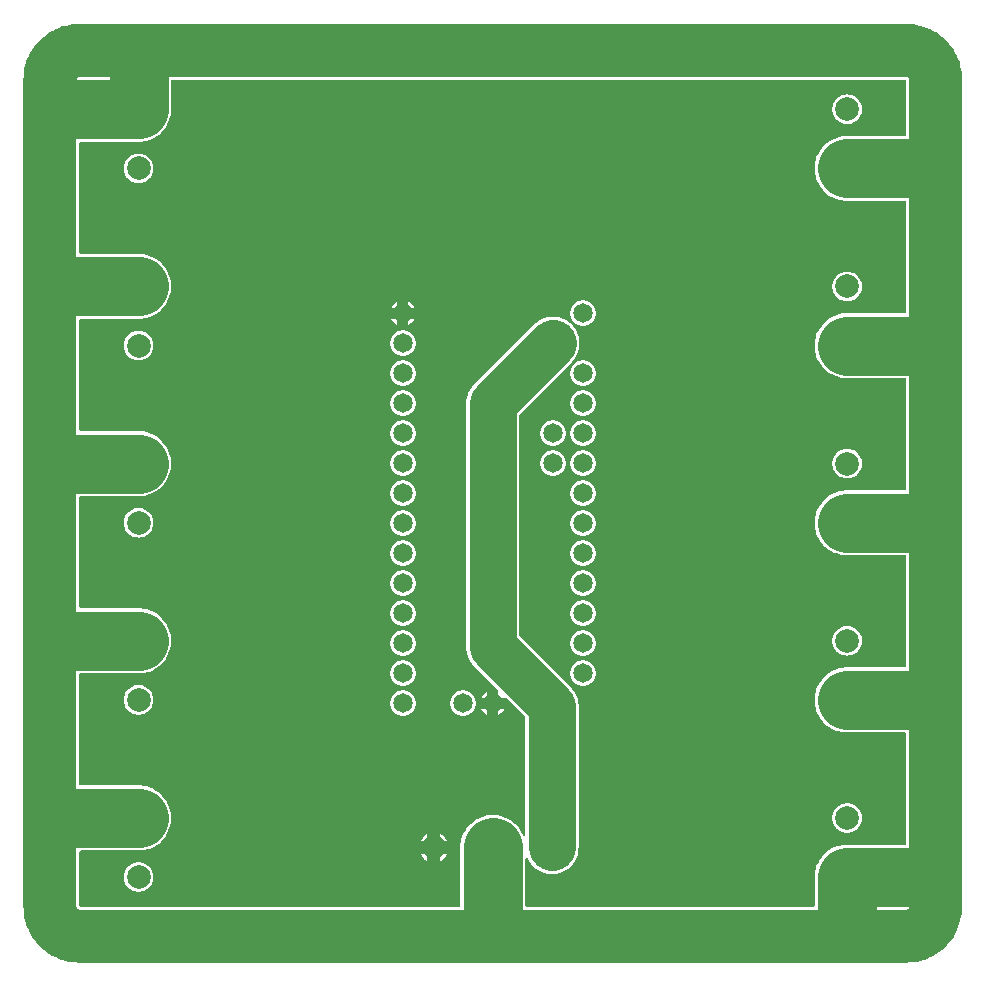
<source format=gbl>
G04 Layer: BottomLayer*
G04 EasyEDA v6.4.25, 2022-01-30T06:19:27+11:00*
G04 a67cddfb3fce44daa9051d46cbbcc19f,10*
G04 Gerber Generator version 0.2*
G04 Scale: 100 percent, Rotated: No, Reflected: No *
G04 Dimensions in millimeters *
G04 leading zeros omitted , absolute positions ,4 integer and 5 decimal *
%FSLAX45Y45*%
%MOMM*%

%ADD11C,5.0000*%
%ADD13C,2.0000*%
%ADD14C,4.0000*%
%ADD15C,0.6096*%
%ADD22C,1.6500*%

%LPD*%
G36*
X500227Y25908D02*
G01*
X469900Y26873D01*
X440283Y29718D01*
X410870Y34391D01*
X381812Y40894D01*
X353212Y49225D01*
X325170Y59334D01*
X297840Y71170D01*
X271322Y84734D01*
X245719Y99923D01*
X221081Y116636D01*
X197561Y134924D01*
X175260Y154635D01*
X154178Y175717D01*
X134518Y198069D01*
X116281Y221589D01*
X99568Y246227D01*
X84429Y271881D01*
X70916Y298450D01*
X59080Y325780D01*
X49022Y353822D01*
X40741Y382422D01*
X34290Y411480D01*
X29616Y440893D01*
X26822Y470560D01*
X25908Y500532D01*
X25908Y7499451D01*
X26873Y7530084D01*
X29718Y7559751D01*
X34391Y7589164D01*
X40894Y7618222D01*
X49225Y7646822D01*
X59334Y7674813D01*
X71170Y7702143D01*
X84734Y7728661D01*
X99923Y7754264D01*
X116636Y7778902D01*
X134924Y7802422D01*
X154635Y7824774D01*
X175717Y7845806D01*
X198069Y7865465D01*
X221589Y7883702D01*
X246227Y7900416D01*
X271881Y7915605D01*
X298450Y7929067D01*
X325780Y7940903D01*
X353822Y7950962D01*
X382422Y7959242D01*
X411480Y7965744D01*
X440893Y7970367D01*
X470560Y7973161D01*
X500532Y7974075D01*
X7499451Y7974075D01*
X7530084Y7973110D01*
X7559751Y7970266D01*
X7589164Y7965592D01*
X7618222Y7959090D01*
X7646822Y7950758D01*
X7674813Y7940649D01*
X7702143Y7928813D01*
X7728661Y7915300D01*
X7754264Y7900111D01*
X7778902Y7883347D01*
X7802422Y7865059D01*
X7824774Y7845348D01*
X7845806Y7824266D01*
X7865465Y7801914D01*
X7883702Y7778394D01*
X7900416Y7753756D01*
X7915605Y7728102D01*
X7929067Y7701584D01*
X7940903Y7674203D01*
X7950962Y7646212D01*
X7959242Y7617612D01*
X7965744Y7588503D01*
X7970367Y7559090D01*
X7973161Y7529423D01*
X7974075Y7499451D01*
X7974075Y500532D01*
X7973110Y469900D01*
X7970266Y440283D01*
X7965592Y410870D01*
X7959090Y381812D01*
X7950758Y353212D01*
X7940649Y325170D01*
X7928813Y297840D01*
X7915300Y271322D01*
X7900111Y245719D01*
X7883347Y221081D01*
X7865059Y197561D01*
X7845348Y175260D01*
X7824266Y154178D01*
X7801914Y134518D01*
X7778394Y116281D01*
X7753756Y99568D01*
X7728102Y84429D01*
X7701584Y70916D01*
X7674203Y59080D01*
X7646212Y49022D01*
X7617612Y40741D01*
X7588503Y34290D01*
X7559090Y29616D01*
X7529423Y26822D01*
X7499451Y25908D01*
G37*

%LPC*%
G36*
X500583Y474472D02*
G01*
X7499451Y474472D01*
X7505649Y475183D01*
X7511034Y477062D01*
X7515859Y480110D01*
X7519873Y484124D01*
X7522921Y488950D01*
X7524800Y494334D01*
X7525512Y500583D01*
X7525512Y7499451D01*
X7524800Y7505649D01*
X7522921Y7511034D01*
X7519873Y7515859D01*
X7515859Y7519873D01*
X7511034Y7522921D01*
X7505649Y7524800D01*
X7499451Y7525512D01*
X500583Y7525512D01*
X494334Y7524800D01*
X488950Y7522921D01*
X484124Y7519873D01*
X480110Y7515859D01*
X477062Y7511034D01*
X475183Y7505649D01*
X474522Y7499451D01*
X474522Y500583D01*
X475183Y494334D01*
X477062Y488950D01*
X480110Y484124D01*
X484124Y480110D01*
X488950Y477062D01*
X494334Y475183D01*
G37*

%LPD*%
G36*
X510184Y499973D02*
G01*
X506272Y500786D01*
X502970Y502970D01*
X500786Y506272D01*
X500024Y510133D01*
X500024Y964793D01*
X500786Y968654D01*
X502970Y971956D01*
X506272Y974191D01*
X510184Y974953D01*
X999794Y974953D01*
X1022756Y975868D01*
X1045362Y978712D01*
X1067612Y983386D01*
X1089456Y989888D01*
X1110640Y998169D01*
X1131112Y1008176D01*
X1150670Y1019810D01*
X1169212Y1033018D01*
X1186586Y1047750D01*
X1202690Y1063853D01*
X1217422Y1081227D01*
X1230630Y1099769D01*
X1242263Y1119327D01*
X1252270Y1139799D01*
X1260551Y1160983D01*
X1267053Y1182827D01*
X1271727Y1205077D01*
X1274572Y1227683D01*
X1275486Y1250442D01*
X1274572Y1273200D01*
X1271727Y1295806D01*
X1267053Y1318056D01*
X1260551Y1339900D01*
X1252270Y1361084D01*
X1242263Y1381556D01*
X1230630Y1401114D01*
X1217422Y1419656D01*
X1202690Y1437030D01*
X1186586Y1453134D01*
X1169212Y1467866D01*
X1150670Y1481074D01*
X1131112Y1492707D01*
X1110640Y1502714D01*
X1089456Y1510995D01*
X1067612Y1517497D01*
X1045362Y1522171D01*
X1022756Y1525016D01*
X999794Y1525930D01*
X510184Y1525930D01*
X506272Y1526692D01*
X502970Y1528927D01*
X500786Y1532229D01*
X500024Y1536090D01*
X500024Y2464765D01*
X500786Y2468676D01*
X502970Y2471978D01*
X506272Y2474163D01*
X510184Y2474925D01*
X999794Y2474925D01*
X1022756Y2475890D01*
X1045362Y2478684D01*
X1067612Y2483358D01*
X1089456Y2489860D01*
X1110640Y2498140D01*
X1131112Y2508148D01*
X1150670Y2519781D01*
X1169212Y2533040D01*
X1186586Y2547772D01*
X1202690Y2563876D01*
X1217422Y2581249D01*
X1230630Y2599740D01*
X1242263Y2619298D01*
X1252270Y2639771D01*
X1260551Y2661005D01*
X1267053Y2682798D01*
X1271727Y2705100D01*
X1274572Y2727706D01*
X1275486Y2750413D01*
X1274572Y2773172D01*
X1271727Y2795778D01*
X1267053Y2818079D01*
X1260551Y2839872D01*
X1252270Y2861106D01*
X1242263Y2881579D01*
X1230630Y2901137D01*
X1217422Y2919628D01*
X1202690Y2937002D01*
X1186586Y2953105D01*
X1169212Y2967837D01*
X1150670Y2981096D01*
X1131112Y2992729D01*
X1110640Y3002737D01*
X1089456Y3011017D01*
X1067612Y3017520D01*
X1045362Y3022193D01*
X1022756Y3024987D01*
X999794Y3025952D01*
X510184Y3025952D01*
X506272Y3026714D01*
X502970Y3028899D01*
X500786Y3032201D01*
X500024Y3036112D01*
X500024Y3964787D01*
X500786Y3968648D01*
X502970Y3971950D01*
X506272Y3974185D01*
X510184Y3974947D01*
X999794Y3974947D01*
X1022756Y3975862D01*
X1045362Y3978706D01*
X1067612Y3983380D01*
X1089456Y3989882D01*
X1110640Y3998163D01*
X1131112Y4008170D01*
X1150670Y4019804D01*
X1169212Y4033012D01*
X1186586Y4047744D01*
X1202690Y4063847D01*
X1217422Y4081221D01*
X1230630Y4099763D01*
X1242263Y4119321D01*
X1252270Y4139793D01*
X1260551Y4160977D01*
X1267053Y4182821D01*
X1271727Y4205071D01*
X1274572Y4227677D01*
X1275486Y4250436D01*
X1274572Y4273194D01*
X1271727Y4295800D01*
X1267053Y4318050D01*
X1260551Y4339894D01*
X1252270Y4361078D01*
X1242263Y4381550D01*
X1230630Y4401108D01*
X1217422Y4419650D01*
X1202690Y4437024D01*
X1186586Y4453128D01*
X1169212Y4467860D01*
X1150670Y4481068D01*
X1131112Y4492701D01*
X1110640Y4502708D01*
X1089456Y4510989D01*
X1067612Y4517491D01*
X1045362Y4522165D01*
X1022756Y4525010D01*
X999794Y4525924D01*
X510184Y4525924D01*
X506272Y4526686D01*
X502970Y4528921D01*
X500786Y4532223D01*
X500024Y4536084D01*
X500024Y5464759D01*
X500786Y5468670D01*
X502970Y5471972D01*
X506272Y5474157D01*
X510184Y5474919D01*
X999794Y5474919D01*
X1022756Y5475884D01*
X1045362Y5478678D01*
X1067612Y5483352D01*
X1089456Y5489854D01*
X1110640Y5498134D01*
X1131112Y5508142D01*
X1150670Y5519775D01*
X1169212Y5533034D01*
X1186586Y5547766D01*
X1202690Y5563870D01*
X1217422Y5581243D01*
X1230630Y5599734D01*
X1242263Y5619292D01*
X1252270Y5639765D01*
X1260551Y5660999D01*
X1267053Y5682792D01*
X1271727Y5705094D01*
X1274572Y5727700D01*
X1275486Y5750407D01*
X1274572Y5773166D01*
X1271727Y5795772D01*
X1267053Y5818073D01*
X1260551Y5839866D01*
X1252270Y5861100D01*
X1242263Y5881573D01*
X1230630Y5901131D01*
X1217422Y5919622D01*
X1202690Y5936996D01*
X1186586Y5953099D01*
X1169212Y5967831D01*
X1150670Y5981090D01*
X1131112Y5992723D01*
X1110640Y6002731D01*
X1089456Y6011011D01*
X1067612Y6017514D01*
X1045362Y6022187D01*
X1022756Y6024981D01*
X999794Y6025946D01*
X510184Y6025946D01*
X506272Y6026708D01*
X502970Y6028893D01*
X500786Y6032195D01*
X500024Y6036106D01*
X500024Y6964781D01*
X500786Y6968693D01*
X502970Y6971995D01*
X506272Y6974179D01*
X510184Y6974941D01*
X999794Y6974941D01*
X1022756Y6975906D01*
X1045362Y6978700D01*
X1067612Y6983374D01*
X1089456Y6989876D01*
X1110640Y6998157D01*
X1131112Y7008164D01*
X1150670Y7019798D01*
X1169212Y7033056D01*
X1186586Y7047788D01*
X1202690Y7063892D01*
X1217422Y7081266D01*
X1230630Y7099757D01*
X1242263Y7119315D01*
X1252270Y7139787D01*
X1260551Y7161022D01*
X1267053Y7182815D01*
X1271727Y7205116D01*
X1274572Y7227722D01*
X1275486Y7250684D01*
X1275486Y7489850D01*
X1276248Y7493711D01*
X1278483Y7497013D01*
X1281785Y7499248D01*
X1285646Y7500010D01*
X7489850Y7500010D01*
X7493711Y7499248D01*
X7497013Y7497013D01*
X7499248Y7493711D01*
X7500010Y7489850D01*
X7500010Y7035190D01*
X7499248Y7031329D01*
X7497013Y7028027D01*
X7493711Y7025792D01*
X7489850Y7025030D01*
X7000240Y7025030D01*
X6977278Y7024116D01*
X6954672Y7021271D01*
X6932371Y7016597D01*
X6910578Y7010095D01*
X6889343Y7001814D01*
X6868871Y6991807D01*
X6849313Y6980174D01*
X6830822Y6966966D01*
X6813448Y6952234D01*
X6797344Y6936130D01*
X6782612Y6918756D01*
X6769353Y6900214D01*
X6757720Y6880656D01*
X6747713Y6860184D01*
X6739432Y6839000D01*
X6732930Y6817156D01*
X6728256Y6794906D01*
X6725462Y6772300D01*
X6724497Y6749542D01*
X6725462Y6726783D01*
X6728256Y6704177D01*
X6732930Y6681927D01*
X6739432Y6660083D01*
X6747713Y6638899D01*
X6757720Y6618427D01*
X6769353Y6598869D01*
X6782612Y6580327D01*
X6797344Y6562953D01*
X6813448Y6546850D01*
X6830822Y6532118D01*
X6849313Y6518909D01*
X6868871Y6507276D01*
X6889343Y6497269D01*
X6910578Y6488988D01*
X6932371Y6482486D01*
X6954672Y6477812D01*
X6977278Y6474968D01*
X7000240Y6474053D01*
X7489850Y6474053D01*
X7493711Y6473291D01*
X7497013Y6471056D01*
X7499248Y6467754D01*
X7500010Y6463893D01*
X7500010Y5535218D01*
X7499248Y5531307D01*
X7497013Y5528005D01*
X7493711Y5525820D01*
X7489850Y5525058D01*
X7000240Y5525058D01*
X6977278Y5524093D01*
X6954672Y5521299D01*
X6932371Y5516626D01*
X6910578Y5510123D01*
X6889343Y5501843D01*
X6868871Y5491835D01*
X6849313Y5480202D01*
X6830822Y5466943D01*
X6813448Y5452211D01*
X6797344Y5436108D01*
X6782612Y5418734D01*
X6769353Y5400243D01*
X6757720Y5380685D01*
X6747713Y5360212D01*
X6739432Y5338978D01*
X6732930Y5317185D01*
X6728256Y5294884D01*
X6725462Y5272278D01*
X6724497Y5249519D01*
X6725462Y5226812D01*
X6728256Y5204206D01*
X6732930Y5181904D01*
X6739432Y5160111D01*
X6747713Y5138877D01*
X6757720Y5118404D01*
X6769353Y5098846D01*
X6782612Y5080355D01*
X6797344Y5062982D01*
X6813448Y5046878D01*
X6830822Y5032146D01*
X6849313Y5018887D01*
X6868871Y5007254D01*
X6889343Y4997246D01*
X6910578Y4988966D01*
X6932371Y4982464D01*
X6954672Y4977790D01*
X6977278Y4974996D01*
X7000240Y4974031D01*
X7489850Y4974031D01*
X7493711Y4973269D01*
X7497013Y4971084D01*
X7499248Y4967782D01*
X7500010Y4963871D01*
X7500010Y4035196D01*
X7499248Y4031335D01*
X7497013Y4028033D01*
X7493711Y4025798D01*
X7489850Y4025036D01*
X7000240Y4025036D01*
X6977278Y4024122D01*
X6954672Y4021277D01*
X6932371Y4016603D01*
X6910578Y4010101D01*
X6889343Y4001820D01*
X6868871Y3991813D01*
X6849313Y3980179D01*
X6830822Y3966972D01*
X6813448Y3952240D01*
X6797344Y3936136D01*
X6782612Y3918762D01*
X6769353Y3900220D01*
X6757720Y3880662D01*
X6747713Y3860190D01*
X6739432Y3839006D01*
X6732930Y3817162D01*
X6728256Y3794912D01*
X6725462Y3772306D01*
X6724497Y3749548D01*
X6725462Y3726789D01*
X6728256Y3704183D01*
X6732930Y3681933D01*
X6739432Y3660089D01*
X6747713Y3638905D01*
X6757720Y3618433D01*
X6769353Y3598875D01*
X6782612Y3580333D01*
X6797344Y3562959D01*
X6813448Y3546856D01*
X6830822Y3532124D01*
X6849313Y3518915D01*
X6868871Y3507282D01*
X6889343Y3497275D01*
X6910578Y3488994D01*
X6932371Y3482492D01*
X6954672Y3477818D01*
X6977278Y3474974D01*
X7000240Y3474059D01*
X7489850Y3474059D01*
X7493711Y3473297D01*
X7497013Y3471062D01*
X7499248Y3467760D01*
X7500010Y3463899D01*
X7500010Y2535224D01*
X7499248Y2531313D01*
X7497013Y2528011D01*
X7493711Y2525826D01*
X7489850Y2525064D01*
X7000240Y2525064D01*
X6977278Y2524099D01*
X6954672Y2521305D01*
X6932371Y2516632D01*
X6910578Y2510129D01*
X6889343Y2501849D01*
X6868871Y2491841D01*
X6849313Y2480208D01*
X6830822Y2466949D01*
X6813448Y2452217D01*
X6797344Y2436114D01*
X6782612Y2418740D01*
X6769353Y2400249D01*
X6757720Y2380691D01*
X6747713Y2360218D01*
X6739432Y2338984D01*
X6732930Y2317191D01*
X6728256Y2294890D01*
X6725462Y2272284D01*
X6724497Y2249525D01*
X6725462Y2226818D01*
X6728256Y2204212D01*
X6732930Y2181910D01*
X6739432Y2160117D01*
X6747713Y2138883D01*
X6757720Y2118410D01*
X6769353Y2098852D01*
X6782612Y2080361D01*
X6797344Y2062988D01*
X6813448Y2046884D01*
X6830822Y2032152D01*
X6849313Y2018893D01*
X6868871Y2007260D01*
X6889343Y1997252D01*
X6910578Y1988972D01*
X6932371Y1982470D01*
X6954672Y1977796D01*
X6977278Y1975002D01*
X7000240Y1974037D01*
X7489850Y1974037D01*
X7493711Y1973275D01*
X7497013Y1971090D01*
X7499248Y1967788D01*
X7500010Y1963877D01*
X7500010Y1035202D01*
X7499248Y1031341D01*
X7497013Y1028039D01*
X7493711Y1025804D01*
X7489850Y1025042D01*
X7000240Y1025042D01*
X6977278Y1024128D01*
X6954672Y1021283D01*
X6932371Y1016609D01*
X6910578Y1010107D01*
X6889343Y1001826D01*
X6868871Y991819D01*
X6849313Y980186D01*
X6830822Y966978D01*
X6813448Y952246D01*
X6797344Y936142D01*
X6782612Y918768D01*
X6769353Y900226D01*
X6757720Y880668D01*
X6747713Y860196D01*
X6739432Y839012D01*
X6732930Y817168D01*
X6728256Y794918D01*
X6725462Y772312D01*
X6724497Y749350D01*
X6724497Y510133D01*
X6723735Y506272D01*
X6721551Y502970D01*
X6718249Y500786D01*
X6714337Y499973D01*
X4285640Y499973D01*
X4281779Y500786D01*
X4278477Y502970D01*
X4276242Y506272D01*
X4275480Y510133D01*
X4275480Y902614D01*
X4276242Y906475D01*
X4278426Y909777D01*
X4281678Y911961D01*
X4285538Y912774D01*
X4289399Y912063D01*
X4292701Y909929D01*
X4294936Y906729D01*
X4298137Y899464D01*
X4308297Y881278D01*
X4320032Y864108D01*
X4333341Y848106D01*
X4348073Y833374D01*
X4364126Y820064D01*
X4381296Y808278D01*
X4399483Y798169D01*
X4418533Y789736D01*
X4438294Y783132D01*
X4458563Y778357D01*
X4479188Y775462D01*
X4500016Y774496D01*
X4520793Y775462D01*
X4541418Y778357D01*
X4561687Y783132D01*
X4581448Y789736D01*
X4600498Y798169D01*
X4618685Y808278D01*
X4635855Y820064D01*
X4651908Y833374D01*
X4666640Y848106D01*
X4679950Y864108D01*
X4691684Y881278D01*
X4701844Y899464D01*
X4710277Y918565D01*
X4716881Y938276D01*
X4721656Y958545D01*
X4724501Y979169D01*
X4725517Y1000252D01*
X4725517Y2199792D01*
X4725263Y2210409D01*
X4724501Y2220823D01*
X4723333Y2231136D01*
X4721656Y2241448D01*
X4719472Y2251659D01*
X4716881Y2261717D01*
X4713782Y2271674D01*
X4710277Y2281478D01*
X4706264Y2291080D01*
X4701844Y2300528D01*
X4696968Y2309723D01*
X4691684Y2318715D01*
X4685995Y2327452D01*
X4679950Y2335885D01*
X4673447Y2344064D01*
X4666640Y2351938D01*
X4659274Y2359609D01*
X4228490Y2790444D01*
X4226255Y2793746D01*
X4225493Y2797606D01*
X4225493Y4664405D01*
X4226255Y4668266D01*
X4228490Y4671568D01*
X4667300Y5110378D01*
X4681474Y5125923D01*
X4694021Y5142534D01*
X4704994Y5160264D01*
X4714290Y5178907D01*
X4721809Y5198313D01*
X4727498Y5218379D01*
X4731308Y5238851D01*
X4733239Y5259578D01*
X4733239Y5280406D01*
X4731308Y5301132D01*
X4727498Y5321604D01*
X4721809Y5341670D01*
X4714290Y5361076D01*
X4704994Y5379720D01*
X4694021Y5397449D01*
X4681474Y5414060D01*
X4667453Y5429453D01*
X4652060Y5443474D01*
X4635449Y5456021D01*
X4617720Y5466994D01*
X4599076Y5476290D01*
X4579670Y5483809D01*
X4559604Y5489498D01*
X4539132Y5493308D01*
X4518406Y5495239D01*
X4497578Y5495239D01*
X4476851Y5493308D01*
X4456379Y5489498D01*
X4436313Y5483809D01*
X4416907Y5476290D01*
X4398264Y5466994D01*
X4380534Y5456021D01*
X4363923Y5443474D01*
X4348378Y5429300D01*
X3840734Y4921605D01*
X3833368Y4913934D01*
X3826510Y4906060D01*
X3820058Y4897882D01*
X3813962Y4889449D01*
X3808272Y4880711D01*
X3802989Y4871720D01*
X3798163Y4862525D01*
X3793744Y4853076D01*
X3789730Y4843475D01*
X3786174Y4833670D01*
X3783126Y4823714D01*
X3780485Y4813604D01*
X3778351Y4803444D01*
X3776675Y4793132D01*
X3775456Y4782820D01*
X3774744Y4772406D01*
X3774490Y4761788D01*
X3774490Y2700223D01*
X3774744Y2689606D01*
X3775456Y2679192D01*
X3776675Y2668828D01*
X3778351Y2658567D01*
X3780485Y2648356D01*
X3783126Y2638298D01*
X3786174Y2628341D01*
X3789730Y2618536D01*
X3793744Y2608935D01*
X3798163Y2599486D01*
X3802989Y2590292D01*
X3808272Y2581300D01*
X3813962Y2572562D01*
X3820058Y2564130D01*
X3826510Y2555951D01*
X3833368Y2548077D01*
X3840734Y2540355D01*
X4044645Y2336444D01*
X4046829Y2333193D01*
X4047591Y2329281D01*
X4047591Y2269591D01*
X4107281Y2269591D01*
X4111193Y2268829D01*
X4114444Y2266645D01*
X4271518Y2109571D01*
X4273702Y2106269D01*
X4274515Y2102408D01*
X4274515Y1107744D01*
X4273702Y1103833D01*
X4271467Y1100531D01*
X4268114Y1098296D01*
X4264202Y1097584D01*
X4260291Y1098397D01*
X4257040Y1100683D01*
X4254855Y1104036D01*
X4252264Y1110640D01*
X4242257Y1131112D01*
X4230624Y1150670D01*
X4217416Y1169212D01*
X4202684Y1186586D01*
X4186580Y1202690D01*
X4169206Y1217422D01*
X4150664Y1230630D01*
X4131106Y1242263D01*
X4110634Y1252270D01*
X4089450Y1260551D01*
X4067606Y1267053D01*
X4045356Y1271727D01*
X4022750Y1274572D01*
X3999992Y1275486D01*
X3977233Y1274572D01*
X3954627Y1271727D01*
X3932377Y1267053D01*
X3910533Y1260551D01*
X3889349Y1252270D01*
X3868877Y1242263D01*
X3849319Y1230630D01*
X3830777Y1217422D01*
X3813403Y1202690D01*
X3797300Y1186586D01*
X3782568Y1169212D01*
X3769360Y1150670D01*
X3757726Y1131112D01*
X3747719Y1110640D01*
X3739438Y1089456D01*
X3732936Y1067612D01*
X3728262Y1045362D01*
X3725418Y1022756D01*
X3724503Y999794D01*
X3724503Y510133D01*
X3723741Y506272D01*
X3721506Y502970D01*
X3718204Y500786D01*
X3714343Y499973D01*
G37*

%LPC*%
G36*
X999998Y6624066D02*
G01*
X1015136Y6624980D01*
X1030020Y6627723D01*
X1044498Y6632244D01*
X1058316Y6638442D01*
X1071270Y6646265D01*
X1083208Y6655612D01*
X1093927Y6666331D01*
X1103274Y6678269D01*
X1111097Y6691223D01*
X1117346Y6705041D01*
X1121816Y6719519D01*
X1124559Y6734454D01*
X1125474Y6749542D01*
X1124559Y6764680D01*
X1121816Y6779564D01*
X1117346Y6794042D01*
X1111097Y6807860D01*
X1103274Y6820814D01*
X1093927Y6832752D01*
X1083208Y6843471D01*
X1071270Y6852818D01*
X1058316Y6860641D01*
X1044498Y6866890D01*
X1030020Y6871411D01*
X1015136Y6874103D01*
X999998Y6875018D01*
X984859Y6874103D01*
X969975Y6871411D01*
X955497Y6866890D01*
X941679Y6860641D01*
X928725Y6852818D01*
X916787Y6843471D01*
X906068Y6832752D01*
X896721Y6820814D01*
X888898Y6807860D01*
X882650Y6794042D01*
X878179Y6779564D01*
X875436Y6764680D01*
X874521Y6749542D01*
X875436Y6734454D01*
X878179Y6719519D01*
X882650Y6705041D01*
X888898Y6691223D01*
X896721Y6678269D01*
X906068Y6666331D01*
X916787Y6655612D01*
X928725Y6646265D01*
X941679Y6638442D01*
X955497Y6632244D01*
X969975Y6627723D01*
X984859Y6624980D01*
G37*
G36*
X999998Y624078D02*
G01*
X1015136Y624992D01*
X1030020Y627735D01*
X1044498Y632206D01*
X1058316Y638454D01*
X1071270Y646277D01*
X1083208Y655624D01*
X1093927Y666343D01*
X1103274Y678281D01*
X1111097Y691235D01*
X1117346Y705053D01*
X1121816Y719531D01*
X1124559Y734415D01*
X1125474Y749554D01*
X1124559Y764692D01*
X1121816Y779576D01*
X1117346Y794054D01*
X1111097Y807872D01*
X1103274Y820826D01*
X1093927Y832764D01*
X1083208Y843483D01*
X1071270Y852830D01*
X1058316Y860653D01*
X1044498Y866902D01*
X1030020Y871372D01*
X1015136Y874115D01*
X999998Y875030D01*
X984859Y874115D01*
X969975Y871372D01*
X955497Y866902D01*
X941679Y860653D01*
X928725Y852830D01*
X916787Y843483D01*
X906068Y832764D01*
X896721Y820826D01*
X888898Y807872D01*
X882650Y794054D01*
X878179Y779576D01*
X875436Y764692D01*
X874521Y749554D01*
X875436Y734415D01*
X878179Y719531D01*
X882650Y705053D01*
X888898Y691235D01*
X896721Y678281D01*
X906068Y666343D01*
X916787Y655624D01*
X928725Y646277D01*
X941679Y638454D01*
X955497Y632206D01*
X969975Y627735D01*
X984859Y624992D01*
G37*
G36*
X6999986Y5624982D02*
G01*
X7015124Y5625896D01*
X7030008Y5628589D01*
X7044486Y5633110D01*
X7058304Y5639358D01*
X7071258Y5647182D01*
X7083196Y5656529D01*
X7093915Y5667248D01*
X7103262Y5679186D01*
X7111085Y5692140D01*
X7117334Y5705957D01*
X7121855Y5720435D01*
X7124547Y5735320D01*
X7125462Y5750458D01*
X7124547Y5765546D01*
X7121855Y5780481D01*
X7117334Y5794959D01*
X7111085Y5808776D01*
X7103262Y5821730D01*
X7093915Y5833668D01*
X7083196Y5844387D01*
X7071258Y5853734D01*
X7058304Y5861558D01*
X7044486Y5867755D01*
X7030008Y5872276D01*
X7015124Y5875020D01*
X6999986Y5875934D01*
X6984898Y5875020D01*
X6969963Y5872276D01*
X6955485Y5867755D01*
X6941667Y5861558D01*
X6928713Y5853734D01*
X6916775Y5844387D01*
X6906056Y5833668D01*
X6896709Y5821730D01*
X6888886Y5808776D01*
X6882688Y5794959D01*
X6878167Y5780481D01*
X6875424Y5765546D01*
X6874509Y5750458D01*
X6875424Y5735320D01*
X6878167Y5720435D01*
X6882688Y5705957D01*
X6888886Y5692140D01*
X6896709Y5679186D01*
X6906056Y5667248D01*
X6916775Y5656529D01*
X6928713Y5647182D01*
X6941667Y5639358D01*
X6955485Y5633110D01*
X6969963Y5628589D01*
X6984898Y5625896D01*
G37*
G36*
X3443630Y887984D02*
G01*
X3443630Y943660D01*
X3388004Y943660D01*
X3388868Y941679D01*
X3396742Y928725D01*
X3406089Y916787D01*
X3416808Y906068D01*
X3428695Y896721D01*
X3441700Y888898D01*
G37*
G36*
X3556355Y887984D02*
G01*
X3558336Y888898D01*
X3571290Y896721D01*
X3583228Y906068D01*
X3593947Y916787D01*
X3603294Y928725D01*
X3611118Y941679D01*
X3611981Y943660D01*
X3556355Y943660D01*
G37*
G36*
X3388004Y1056335D02*
G01*
X3443630Y1056335D01*
X3443630Y1112012D01*
X3441700Y1111097D01*
X3428695Y1103274D01*
X3416808Y1093927D01*
X3406089Y1083208D01*
X3396742Y1071270D01*
X3388868Y1058316D01*
G37*
G36*
X3556355Y1056335D02*
G01*
X3611981Y1056335D01*
X3611118Y1058316D01*
X3603294Y1071270D01*
X3593947Y1083208D01*
X3583228Y1093927D01*
X3571290Y1103274D01*
X3558336Y1111097D01*
X3556355Y1112012D01*
G37*
G36*
X3141319Y5571591D02*
G01*
X3190392Y5571591D01*
X3190392Y5620664D01*
X3183991Y5617514D01*
X3172256Y5609640D01*
X3161639Y5600344D01*
X3152343Y5589727D01*
X3144469Y5577992D01*
G37*
G36*
X6999986Y1124966D02*
G01*
X7015124Y1125880D01*
X7030008Y1128623D01*
X7044486Y1133094D01*
X7058304Y1139342D01*
X7071258Y1147165D01*
X7083196Y1156512D01*
X7093915Y1167231D01*
X7103262Y1179169D01*
X7111085Y1192123D01*
X7117334Y1205941D01*
X7121855Y1220419D01*
X7124547Y1235303D01*
X7125462Y1250442D01*
X7124547Y1265580D01*
X7121855Y1280464D01*
X7117334Y1294942D01*
X7111085Y1308760D01*
X7103262Y1321714D01*
X7093915Y1333652D01*
X7083196Y1344371D01*
X7071258Y1353718D01*
X7058304Y1361541D01*
X7044486Y1367790D01*
X7030008Y1372260D01*
X7015124Y1375003D01*
X6999986Y1375918D01*
X6984898Y1375003D01*
X6969963Y1372260D01*
X6955485Y1367790D01*
X6941667Y1361541D01*
X6928713Y1353718D01*
X6916775Y1344371D01*
X6906056Y1333652D01*
X6896709Y1321714D01*
X6888886Y1308760D01*
X6882688Y1294942D01*
X6878167Y1280464D01*
X6875424Y1265580D01*
X6874509Y1250442D01*
X6875424Y1235303D01*
X6878167Y1220419D01*
X6882688Y1205941D01*
X6888886Y1192123D01*
X6896709Y1179169D01*
X6906056Y1167231D01*
X6916775Y1156512D01*
X6928713Y1147165D01*
X6941667Y1139342D01*
X6955485Y1133094D01*
X6969963Y1128623D01*
X6984898Y1125880D01*
G37*
G36*
X3745992Y2114042D02*
G01*
X3760114Y2114956D01*
X3773932Y2117699D01*
X3787343Y2122220D01*
X3799992Y2128469D01*
X3811727Y2136343D01*
X3822344Y2145639D01*
X3831640Y2156256D01*
X3839514Y2167991D01*
X3845763Y2180691D01*
X3850284Y2194052D01*
X3853078Y2207920D01*
X3853992Y2221992D01*
X3853078Y2236114D01*
X3850284Y2249932D01*
X3845763Y2263343D01*
X3839514Y2275992D01*
X3831640Y2287727D01*
X3822344Y2298344D01*
X3811727Y2307640D01*
X3799992Y2315514D01*
X3787343Y2321763D01*
X3773932Y2326284D01*
X3760114Y2329078D01*
X3745992Y2329992D01*
X3731920Y2329078D01*
X3718051Y2326284D01*
X3704691Y2321763D01*
X3691991Y2315514D01*
X3680256Y2307640D01*
X3669639Y2298344D01*
X3660343Y2287727D01*
X3652469Y2275992D01*
X3646220Y2263343D01*
X3641699Y2249932D01*
X3638956Y2236114D01*
X3638042Y2221992D01*
X3638956Y2207920D01*
X3641699Y2194052D01*
X3646220Y2180691D01*
X3652469Y2167991D01*
X3660343Y2156256D01*
X3669639Y2145639D01*
X3680256Y2136343D01*
X3691991Y2128469D01*
X3704691Y2122220D01*
X3718051Y2117699D01*
X3731920Y2114956D01*
G37*
G36*
X3237992Y2114042D02*
G01*
X3252114Y2114956D01*
X3265932Y2117699D01*
X3279343Y2122220D01*
X3291992Y2128469D01*
X3303727Y2136343D01*
X3314344Y2145639D01*
X3323640Y2156256D01*
X3331514Y2167991D01*
X3337763Y2180691D01*
X3342284Y2194052D01*
X3345078Y2207920D01*
X3345992Y2221992D01*
X3345078Y2236114D01*
X3342284Y2249932D01*
X3337763Y2263343D01*
X3331514Y2275992D01*
X3323640Y2287727D01*
X3314344Y2298344D01*
X3303727Y2307640D01*
X3291992Y2315514D01*
X3279343Y2321763D01*
X3265932Y2326284D01*
X3252114Y2329078D01*
X3237992Y2329992D01*
X3223920Y2329078D01*
X3210052Y2326284D01*
X3196691Y2321763D01*
X3183991Y2315514D01*
X3172256Y2307640D01*
X3161639Y2298344D01*
X3152343Y2287727D01*
X3144469Y2275992D01*
X3138220Y2263343D01*
X3133699Y2249932D01*
X3130956Y2236114D01*
X3130042Y2221992D01*
X3130956Y2207920D01*
X3133699Y2194052D01*
X3138220Y2180691D01*
X3144469Y2167991D01*
X3152343Y2156256D01*
X3161639Y2145639D01*
X3172256Y2136343D01*
X3183991Y2128469D01*
X3196691Y2122220D01*
X3210052Y2117699D01*
X3223920Y2114956D01*
G37*
G36*
X999998Y2124049D02*
G01*
X1015136Y2124964D01*
X1030020Y2127707D01*
X1044498Y2132228D01*
X1058316Y2138426D01*
X1071270Y2146300D01*
X1083208Y2155647D01*
X1093927Y2166366D01*
X1103274Y2178253D01*
X1111097Y2191258D01*
X1117346Y2205075D01*
X1121816Y2219502D01*
X1124559Y2234438D01*
X1125474Y2249576D01*
X1124559Y2264664D01*
X1121816Y2279599D01*
X1117346Y2294077D01*
X1111097Y2307894D01*
X1103274Y2320848D01*
X1093927Y2332786D01*
X1083208Y2343505D01*
X1071270Y2352802D01*
X1058316Y2360676D01*
X1044498Y2366873D01*
X1030020Y2371394D01*
X1015136Y2374138D01*
X999998Y2375052D01*
X984859Y2374138D01*
X969975Y2371394D01*
X955497Y2366873D01*
X941679Y2360676D01*
X928725Y2352802D01*
X916787Y2343505D01*
X906068Y2332786D01*
X896721Y2320848D01*
X888898Y2307894D01*
X882650Y2294077D01*
X878179Y2279599D01*
X875436Y2264664D01*
X874521Y2249576D01*
X875436Y2234438D01*
X878179Y2219502D01*
X882650Y2205075D01*
X888898Y2191258D01*
X896721Y2178253D01*
X906068Y2166366D01*
X916787Y2155647D01*
X928725Y2146300D01*
X941679Y2138426D01*
X955497Y2132228D01*
X969975Y2127707D01*
X984859Y2124964D01*
G37*
G36*
X3952392Y2125319D02*
G01*
X3952392Y2174392D01*
X3903319Y2174392D01*
X3906469Y2167991D01*
X3914343Y2156256D01*
X3923639Y2145639D01*
X3934256Y2136343D01*
X3945991Y2128469D01*
G37*
G36*
X4047591Y2125319D02*
G01*
X4053992Y2128469D01*
X4065727Y2136343D01*
X4076344Y2145639D01*
X4085640Y2156256D01*
X4093514Y2167991D01*
X4096664Y2174392D01*
X4047591Y2174392D01*
G37*
G36*
X3903319Y2269591D02*
G01*
X3952392Y2269591D01*
X3952392Y2318664D01*
X3945991Y2315514D01*
X3934256Y2307640D01*
X3923639Y2298344D01*
X3914343Y2287727D01*
X3906469Y2275992D01*
G37*
G36*
X4761992Y2368042D02*
G01*
X4776114Y2368956D01*
X4789932Y2371699D01*
X4803343Y2376220D01*
X4815992Y2382469D01*
X4827727Y2390343D01*
X4838344Y2399639D01*
X4847640Y2410256D01*
X4855514Y2421991D01*
X4861763Y2434691D01*
X4866284Y2448052D01*
X4869078Y2461920D01*
X4869992Y2475992D01*
X4869078Y2490114D01*
X4866284Y2503932D01*
X4861763Y2517343D01*
X4855514Y2529992D01*
X4847640Y2541727D01*
X4838344Y2552344D01*
X4827727Y2561640D01*
X4815992Y2569514D01*
X4803343Y2575763D01*
X4789932Y2580284D01*
X4776114Y2583078D01*
X4761992Y2583992D01*
X4747920Y2583078D01*
X4734052Y2580284D01*
X4720691Y2575763D01*
X4707991Y2569514D01*
X4696256Y2561640D01*
X4685639Y2552344D01*
X4676343Y2541727D01*
X4668469Y2529992D01*
X4662220Y2517343D01*
X4657699Y2503932D01*
X4654956Y2490114D01*
X4654042Y2475992D01*
X4654956Y2461920D01*
X4657699Y2448052D01*
X4662220Y2434691D01*
X4668469Y2421991D01*
X4676343Y2410256D01*
X4685639Y2399639D01*
X4696256Y2390343D01*
X4707991Y2382469D01*
X4720691Y2376220D01*
X4734052Y2371699D01*
X4747920Y2368956D01*
G37*
G36*
X3237992Y2368042D02*
G01*
X3252114Y2368956D01*
X3265932Y2371699D01*
X3279343Y2376220D01*
X3291992Y2382469D01*
X3303727Y2390343D01*
X3314344Y2399639D01*
X3323640Y2410256D01*
X3331514Y2421991D01*
X3337763Y2434691D01*
X3342284Y2448052D01*
X3345078Y2461920D01*
X3345992Y2475992D01*
X3345078Y2490114D01*
X3342284Y2503932D01*
X3337763Y2517343D01*
X3331514Y2529992D01*
X3323640Y2541727D01*
X3314344Y2552344D01*
X3303727Y2561640D01*
X3291992Y2569514D01*
X3279343Y2575763D01*
X3265932Y2580284D01*
X3252114Y2583078D01*
X3237992Y2583992D01*
X3223920Y2583078D01*
X3210052Y2580284D01*
X3196691Y2575763D01*
X3183991Y2569514D01*
X3172256Y2561640D01*
X3161639Y2552344D01*
X3152343Y2541727D01*
X3144469Y2529992D01*
X3138220Y2517343D01*
X3133699Y2503932D01*
X3130956Y2490114D01*
X3130042Y2475992D01*
X3130956Y2461920D01*
X3133699Y2448052D01*
X3138220Y2434691D01*
X3144469Y2421991D01*
X3152343Y2410256D01*
X3161639Y2399639D01*
X3172256Y2390343D01*
X3183991Y2382469D01*
X3196691Y2376220D01*
X3210052Y2371699D01*
X3223920Y2368956D01*
G37*
G36*
X4761992Y2622042D02*
G01*
X4776114Y2622956D01*
X4789932Y2625699D01*
X4803343Y2630220D01*
X4815992Y2636469D01*
X4827727Y2644343D01*
X4838344Y2653639D01*
X4847640Y2664256D01*
X4855514Y2675991D01*
X4861763Y2688691D01*
X4866284Y2702052D01*
X4869078Y2715920D01*
X4869992Y2729992D01*
X4869078Y2744114D01*
X4866284Y2757932D01*
X4861763Y2771343D01*
X4855514Y2783992D01*
X4847640Y2795727D01*
X4838344Y2806344D01*
X4827727Y2815640D01*
X4815992Y2823514D01*
X4803343Y2829763D01*
X4789932Y2834284D01*
X4776114Y2837078D01*
X4761992Y2837992D01*
X4747920Y2837078D01*
X4734052Y2834284D01*
X4720691Y2829763D01*
X4707991Y2823514D01*
X4696256Y2815640D01*
X4685639Y2806344D01*
X4676343Y2795727D01*
X4668469Y2783992D01*
X4662220Y2771343D01*
X4657699Y2757932D01*
X4654956Y2744114D01*
X4654042Y2729992D01*
X4654956Y2715920D01*
X4657699Y2702052D01*
X4662220Y2688691D01*
X4668469Y2675991D01*
X4676343Y2664256D01*
X4685639Y2653639D01*
X4696256Y2644343D01*
X4707991Y2636469D01*
X4720691Y2630220D01*
X4734052Y2625699D01*
X4747920Y2622956D01*
G37*
G36*
X3237992Y2622042D02*
G01*
X3252114Y2622956D01*
X3265932Y2625699D01*
X3279343Y2630220D01*
X3291992Y2636469D01*
X3303727Y2644343D01*
X3314344Y2653639D01*
X3323640Y2664256D01*
X3331514Y2675991D01*
X3337763Y2688691D01*
X3342284Y2702052D01*
X3345078Y2715920D01*
X3345992Y2729992D01*
X3345078Y2744114D01*
X3342284Y2757932D01*
X3337763Y2771343D01*
X3331514Y2783992D01*
X3323640Y2795727D01*
X3314344Y2806344D01*
X3303727Y2815640D01*
X3291992Y2823514D01*
X3279343Y2829763D01*
X3265932Y2834284D01*
X3252114Y2837078D01*
X3237992Y2837992D01*
X3223920Y2837078D01*
X3210052Y2834284D01*
X3196691Y2829763D01*
X3183991Y2823514D01*
X3172256Y2815640D01*
X3161639Y2806344D01*
X3152343Y2795727D01*
X3144469Y2783992D01*
X3138220Y2771343D01*
X3133699Y2757932D01*
X3130956Y2744114D01*
X3130042Y2729992D01*
X3130956Y2715920D01*
X3133699Y2702052D01*
X3138220Y2688691D01*
X3144469Y2675991D01*
X3152343Y2664256D01*
X3161639Y2653639D01*
X3172256Y2644343D01*
X3183991Y2636469D01*
X3196691Y2630220D01*
X3210052Y2625699D01*
X3223920Y2622956D01*
G37*
G36*
X6999986Y2624937D02*
G01*
X7015124Y2625852D01*
X7030008Y2628595D01*
X7044486Y2633116D01*
X7058304Y2639314D01*
X7071258Y2647188D01*
X7083196Y2656535D01*
X7093915Y2667254D01*
X7103262Y2679141D01*
X7111085Y2692146D01*
X7117334Y2705963D01*
X7121855Y2720390D01*
X7124547Y2735326D01*
X7125462Y2750464D01*
X7124547Y2765552D01*
X7121855Y2780487D01*
X7117334Y2794965D01*
X7111085Y2808782D01*
X7103262Y2821736D01*
X7093915Y2833674D01*
X7083196Y2844393D01*
X7071258Y2853690D01*
X7058304Y2861564D01*
X7044486Y2867761D01*
X7030008Y2872282D01*
X7015124Y2875026D01*
X6999986Y2875940D01*
X6984898Y2875026D01*
X6969963Y2872282D01*
X6955485Y2867761D01*
X6941667Y2861564D01*
X6928713Y2853690D01*
X6916775Y2844393D01*
X6906056Y2833674D01*
X6896709Y2821736D01*
X6888886Y2808782D01*
X6882688Y2794965D01*
X6878167Y2780487D01*
X6875424Y2765552D01*
X6874509Y2750464D01*
X6875424Y2735326D01*
X6878167Y2720390D01*
X6882688Y2705963D01*
X6888886Y2692146D01*
X6896709Y2679141D01*
X6906056Y2667254D01*
X6916775Y2656535D01*
X6928713Y2647188D01*
X6941667Y2639314D01*
X6955485Y2633116D01*
X6969963Y2628595D01*
X6984898Y2625852D01*
G37*
G36*
X4761992Y2876042D02*
G01*
X4776114Y2876956D01*
X4789932Y2879699D01*
X4803343Y2884220D01*
X4815992Y2890469D01*
X4827727Y2898343D01*
X4838344Y2907639D01*
X4847640Y2918256D01*
X4855514Y2929991D01*
X4861763Y2942691D01*
X4866284Y2956052D01*
X4869078Y2969920D01*
X4869992Y2983992D01*
X4869078Y2998114D01*
X4866284Y3011932D01*
X4861763Y3025343D01*
X4855514Y3037992D01*
X4847640Y3049727D01*
X4838344Y3060344D01*
X4827727Y3069640D01*
X4815992Y3077514D01*
X4803343Y3083763D01*
X4789932Y3088284D01*
X4776114Y3091078D01*
X4761992Y3091992D01*
X4747920Y3091078D01*
X4734052Y3088284D01*
X4720691Y3083763D01*
X4707991Y3077514D01*
X4696256Y3069640D01*
X4685639Y3060344D01*
X4676343Y3049727D01*
X4668469Y3037992D01*
X4662220Y3025343D01*
X4657699Y3011932D01*
X4654956Y2998114D01*
X4654042Y2983992D01*
X4654956Y2969920D01*
X4657699Y2956052D01*
X4662220Y2942691D01*
X4668469Y2929991D01*
X4676343Y2918256D01*
X4685639Y2907639D01*
X4696256Y2898343D01*
X4707991Y2890469D01*
X4720691Y2884220D01*
X4734052Y2879699D01*
X4747920Y2876956D01*
G37*
G36*
X3237992Y2876042D02*
G01*
X3252114Y2876956D01*
X3265932Y2879699D01*
X3279343Y2884220D01*
X3291992Y2890469D01*
X3303727Y2898343D01*
X3314344Y2907639D01*
X3323640Y2918256D01*
X3331514Y2929991D01*
X3337763Y2942691D01*
X3342284Y2956052D01*
X3345078Y2969920D01*
X3345992Y2983992D01*
X3345078Y2998114D01*
X3342284Y3011932D01*
X3337763Y3025343D01*
X3331514Y3037992D01*
X3323640Y3049727D01*
X3314344Y3060344D01*
X3303727Y3069640D01*
X3291992Y3077514D01*
X3279343Y3083763D01*
X3265932Y3088284D01*
X3252114Y3091078D01*
X3237992Y3091992D01*
X3223920Y3091078D01*
X3210052Y3088284D01*
X3196691Y3083763D01*
X3183991Y3077514D01*
X3172256Y3069640D01*
X3161639Y3060344D01*
X3152343Y3049727D01*
X3144469Y3037992D01*
X3138220Y3025343D01*
X3133699Y3011932D01*
X3130956Y2998114D01*
X3130042Y2983992D01*
X3130956Y2969920D01*
X3133699Y2956052D01*
X3138220Y2942691D01*
X3144469Y2929991D01*
X3152343Y2918256D01*
X3161639Y2907639D01*
X3172256Y2898343D01*
X3183991Y2890469D01*
X3196691Y2884220D01*
X3210052Y2879699D01*
X3223920Y2876956D01*
G37*
G36*
X4761992Y3130042D02*
G01*
X4776114Y3130956D01*
X4789932Y3133699D01*
X4803343Y3138220D01*
X4815992Y3144469D01*
X4827727Y3152343D01*
X4838344Y3161639D01*
X4847640Y3172256D01*
X4855514Y3183991D01*
X4861763Y3196691D01*
X4866284Y3210052D01*
X4869078Y3223920D01*
X4869992Y3237992D01*
X4869078Y3252114D01*
X4866284Y3265932D01*
X4861763Y3279343D01*
X4855514Y3291992D01*
X4847640Y3303727D01*
X4838344Y3314344D01*
X4827727Y3323640D01*
X4815992Y3331514D01*
X4803343Y3337763D01*
X4789932Y3342284D01*
X4776114Y3345078D01*
X4761992Y3345992D01*
X4747920Y3345078D01*
X4734052Y3342284D01*
X4720691Y3337763D01*
X4707991Y3331514D01*
X4696256Y3323640D01*
X4685639Y3314344D01*
X4676343Y3303727D01*
X4668469Y3291992D01*
X4662220Y3279343D01*
X4657699Y3265932D01*
X4654956Y3252114D01*
X4654042Y3237992D01*
X4654956Y3223920D01*
X4657699Y3210052D01*
X4662220Y3196691D01*
X4668469Y3183991D01*
X4676343Y3172256D01*
X4685639Y3161639D01*
X4696256Y3152343D01*
X4707991Y3144469D01*
X4720691Y3138220D01*
X4734052Y3133699D01*
X4747920Y3130956D01*
G37*
G36*
X3237992Y3130042D02*
G01*
X3252114Y3130956D01*
X3265932Y3133699D01*
X3279343Y3138220D01*
X3291992Y3144469D01*
X3303727Y3152343D01*
X3314344Y3161639D01*
X3323640Y3172256D01*
X3331514Y3183991D01*
X3337763Y3196691D01*
X3342284Y3210052D01*
X3345078Y3223920D01*
X3345992Y3237992D01*
X3345078Y3252114D01*
X3342284Y3265932D01*
X3337763Y3279343D01*
X3331514Y3291992D01*
X3323640Y3303727D01*
X3314344Y3314344D01*
X3303727Y3323640D01*
X3291992Y3331514D01*
X3279343Y3337763D01*
X3265932Y3342284D01*
X3252114Y3345078D01*
X3237992Y3345992D01*
X3223920Y3345078D01*
X3210052Y3342284D01*
X3196691Y3337763D01*
X3183991Y3331514D01*
X3172256Y3323640D01*
X3161639Y3314344D01*
X3152343Y3303727D01*
X3144469Y3291992D01*
X3138220Y3279343D01*
X3133699Y3265932D01*
X3130956Y3252114D01*
X3130042Y3237992D01*
X3130956Y3223920D01*
X3133699Y3210052D01*
X3138220Y3196691D01*
X3144469Y3183991D01*
X3152343Y3172256D01*
X3161639Y3161639D01*
X3172256Y3152343D01*
X3183991Y3144469D01*
X3196691Y3138220D01*
X3210052Y3133699D01*
X3223920Y3130956D01*
G37*
G36*
X6999986Y7124953D02*
G01*
X7015124Y7125868D01*
X7030008Y7128611D01*
X7044486Y7133132D01*
X7058304Y7139330D01*
X7071258Y7147153D01*
X7083196Y7156500D01*
X7093915Y7167219D01*
X7103262Y7179157D01*
X7111085Y7192111D01*
X7117334Y7205929D01*
X7121855Y7220407D01*
X7124547Y7235342D01*
X7125462Y7250430D01*
X7124547Y7265568D01*
X7121855Y7280452D01*
X7117334Y7294930D01*
X7111085Y7308748D01*
X7103262Y7321702D01*
X7093915Y7333640D01*
X7083196Y7344359D01*
X7071258Y7353706D01*
X7058304Y7361529D01*
X7044486Y7367778D01*
X7030008Y7372299D01*
X7015124Y7374991D01*
X6999986Y7375906D01*
X6984898Y7374991D01*
X6969963Y7372299D01*
X6955485Y7367778D01*
X6941667Y7361529D01*
X6928713Y7353706D01*
X6916775Y7344359D01*
X6906056Y7333640D01*
X6896709Y7321702D01*
X6888886Y7308748D01*
X6882688Y7294930D01*
X6878167Y7280452D01*
X6875424Y7265568D01*
X6874509Y7250430D01*
X6875424Y7235342D01*
X6878167Y7220407D01*
X6882688Y7205929D01*
X6888886Y7192111D01*
X6896709Y7179157D01*
X6906056Y7167219D01*
X6916775Y7156500D01*
X6928713Y7147153D01*
X6941667Y7139330D01*
X6955485Y7133132D01*
X6969963Y7128611D01*
X6984898Y7125868D01*
G37*
G36*
X3237992Y3384042D02*
G01*
X3252114Y3384956D01*
X3265932Y3387699D01*
X3279343Y3392220D01*
X3291992Y3398469D01*
X3303727Y3406343D01*
X3314344Y3415639D01*
X3323640Y3426256D01*
X3331514Y3437991D01*
X3337763Y3450691D01*
X3342284Y3464051D01*
X3345078Y3477920D01*
X3345992Y3491992D01*
X3345078Y3506114D01*
X3342284Y3519932D01*
X3337763Y3533343D01*
X3331514Y3545992D01*
X3323640Y3557727D01*
X3314344Y3568344D01*
X3303727Y3577640D01*
X3291992Y3585514D01*
X3279343Y3591763D01*
X3265932Y3596284D01*
X3252114Y3599078D01*
X3237992Y3599992D01*
X3223920Y3599078D01*
X3210052Y3596284D01*
X3196691Y3591763D01*
X3183991Y3585514D01*
X3172256Y3577640D01*
X3161639Y3568344D01*
X3152343Y3557727D01*
X3144469Y3545992D01*
X3138220Y3533343D01*
X3133699Y3519932D01*
X3130956Y3506114D01*
X3130042Y3491992D01*
X3130956Y3477920D01*
X3133699Y3464051D01*
X3138220Y3450691D01*
X3144469Y3437991D01*
X3152343Y3426256D01*
X3161639Y3415639D01*
X3172256Y3406343D01*
X3183991Y3398469D01*
X3196691Y3392220D01*
X3210052Y3387699D01*
X3223920Y3384956D01*
G37*
G36*
X999998Y3624072D02*
G01*
X1015136Y3624986D01*
X1030020Y3627729D01*
X1044498Y3632250D01*
X1058316Y3638448D01*
X1071270Y3646271D01*
X1083208Y3655618D01*
X1093927Y3666337D01*
X1103274Y3678275D01*
X1111097Y3691229D01*
X1117346Y3705047D01*
X1121816Y3719525D01*
X1124559Y3734409D01*
X1125474Y3749548D01*
X1124559Y3764686D01*
X1121816Y3779570D01*
X1117346Y3794048D01*
X1111097Y3807866D01*
X1103274Y3820820D01*
X1093927Y3832758D01*
X1083208Y3843477D01*
X1071270Y3852824D01*
X1058316Y3860647D01*
X1044498Y3866896D01*
X1030020Y3871417D01*
X1015136Y3874109D01*
X999998Y3875024D01*
X984859Y3874109D01*
X969975Y3871417D01*
X955497Y3866896D01*
X941679Y3860647D01*
X928725Y3852824D01*
X916787Y3843477D01*
X906068Y3832758D01*
X896721Y3820820D01*
X888898Y3807866D01*
X882650Y3794048D01*
X878179Y3779570D01*
X875436Y3764686D01*
X874521Y3749548D01*
X875436Y3734409D01*
X878179Y3719525D01*
X882650Y3705047D01*
X888898Y3691229D01*
X896721Y3678275D01*
X906068Y3666337D01*
X916787Y3655618D01*
X928725Y3646271D01*
X941679Y3638448D01*
X955497Y3632250D01*
X969975Y3627729D01*
X984859Y3624986D01*
G37*
G36*
X4761992Y3638042D02*
G01*
X4776114Y3638956D01*
X4789932Y3641699D01*
X4803343Y3646220D01*
X4815992Y3652469D01*
X4827727Y3660343D01*
X4838344Y3669639D01*
X4847640Y3680256D01*
X4855514Y3691991D01*
X4861763Y3704691D01*
X4866284Y3718051D01*
X4869078Y3731920D01*
X4869992Y3745992D01*
X4869078Y3760114D01*
X4866284Y3773932D01*
X4861763Y3787343D01*
X4855514Y3799992D01*
X4847640Y3811727D01*
X4838344Y3822344D01*
X4827727Y3831640D01*
X4815992Y3839514D01*
X4803343Y3845763D01*
X4789932Y3850284D01*
X4776114Y3853078D01*
X4761992Y3853992D01*
X4747920Y3853078D01*
X4734052Y3850284D01*
X4720691Y3845763D01*
X4707991Y3839514D01*
X4696256Y3831640D01*
X4685639Y3822344D01*
X4676343Y3811727D01*
X4668469Y3799992D01*
X4662220Y3787343D01*
X4657699Y3773932D01*
X4654956Y3760114D01*
X4654042Y3745992D01*
X4654956Y3731920D01*
X4657699Y3718051D01*
X4662220Y3704691D01*
X4668469Y3691991D01*
X4676343Y3680256D01*
X4685639Y3669639D01*
X4696256Y3660343D01*
X4707991Y3652469D01*
X4720691Y3646220D01*
X4734052Y3641699D01*
X4747920Y3638956D01*
G37*
G36*
X3237992Y3638042D02*
G01*
X3252114Y3638956D01*
X3265932Y3641699D01*
X3279343Y3646220D01*
X3291992Y3652469D01*
X3303727Y3660343D01*
X3314344Y3669639D01*
X3323640Y3680256D01*
X3331514Y3691991D01*
X3337763Y3704691D01*
X3342284Y3718051D01*
X3345078Y3731920D01*
X3345992Y3745992D01*
X3345078Y3760114D01*
X3342284Y3773932D01*
X3337763Y3787343D01*
X3331514Y3799992D01*
X3323640Y3811727D01*
X3314344Y3822344D01*
X3303727Y3831640D01*
X3291992Y3839514D01*
X3279343Y3845763D01*
X3265932Y3850284D01*
X3252114Y3853078D01*
X3237992Y3853992D01*
X3223920Y3853078D01*
X3210052Y3850284D01*
X3196691Y3845763D01*
X3183991Y3839514D01*
X3172256Y3831640D01*
X3161639Y3822344D01*
X3152343Y3811727D01*
X3144469Y3799992D01*
X3138220Y3787343D01*
X3133699Y3773932D01*
X3130956Y3760114D01*
X3130042Y3745992D01*
X3130956Y3731920D01*
X3133699Y3718051D01*
X3138220Y3704691D01*
X3144469Y3691991D01*
X3152343Y3680256D01*
X3161639Y3669639D01*
X3172256Y3660343D01*
X3183991Y3652469D01*
X3196691Y3646220D01*
X3210052Y3641699D01*
X3223920Y3638956D01*
G37*
G36*
X4761992Y3892042D02*
G01*
X4776114Y3892956D01*
X4789932Y3895699D01*
X4803343Y3900220D01*
X4815992Y3906469D01*
X4827727Y3914343D01*
X4838344Y3923639D01*
X4847640Y3934256D01*
X4855514Y3945991D01*
X4861763Y3958691D01*
X4866284Y3972051D01*
X4869078Y3985920D01*
X4869992Y3999992D01*
X4869078Y4014114D01*
X4866284Y4027932D01*
X4861763Y4041343D01*
X4855514Y4053992D01*
X4847640Y4065727D01*
X4838344Y4076344D01*
X4827727Y4085640D01*
X4815992Y4093514D01*
X4803343Y4099763D01*
X4789932Y4104284D01*
X4776114Y4107078D01*
X4761992Y4107992D01*
X4747920Y4107078D01*
X4734052Y4104284D01*
X4720691Y4099763D01*
X4707991Y4093514D01*
X4696256Y4085640D01*
X4685639Y4076344D01*
X4676343Y4065727D01*
X4668469Y4053992D01*
X4662220Y4041343D01*
X4657699Y4027932D01*
X4654956Y4014114D01*
X4654042Y3999992D01*
X4654956Y3985920D01*
X4657699Y3972051D01*
X4662220Y3958691D01*
X4668469Y3945991D01*
X4676343Y3934256D01*
X4685639Y3923639D01*
X4696256Y3914343D01*
X4707991Y3906469D01*
X4720691Y3900220D01*
X4734052Y3895699D01*
X4747920Y3892956D01*
G37*
G36*
X3237992Y3892042D02*
G01*
X3252114Y3892956D01*
X3265932Y3895699D01*
X3279343Y3900220D01*
X3291992Y3906469D01*
X3303727Y3914343D01*
X3314344Y3923639D01*
X3323640Y3934256D01*
X3331514Y3945991D01*
X3337763Y3958691D01*
X3342284Y3972051D01*
X3345078Y3985920D01*
X3345992Y3999992D01*
X3345078Y4014114D01*
X3342284Y4027932D01*
X3337763Y4041343D01*
X3331514Y4053992D01*
X3323640Y4065727D01*
X3314344Y4076344D01*
X3303727Y4085640D01*
X3291992Y4093514D01*
X3279343Y4099763D01*
X3265932Y4104284D01*
X3252114Y4107078D01*
X3237992Y4107992D01*
X3223920Y4107078D01*
X3210052Y4104284D01*
X3196691Y4099763D01*
X3183991Y4093514D01*
X3172256Y4085640D01*
X3161639Y4076344D01*
X3152343Y4065727D01*
X3144469Y4053992D01*
X3138220Y4041343D01*
X3133699Y4027932D01*
X3130956Y4014114D01*
X3130042Y3999992D01*
X3130956Y3985920D01*
X3133699Y3972051D01*
X3138220Y3958691D01*
X3144469Y3945991D01*
X3152343Y3934256D01*
X3161639Y3923639D01*
X3172256Y3914343D01*
X3183991Y3906469D01*
X3196691Y3900220D01*
X3210052Y3895699D01*
X3223920Y3892956D01*
G37*
G36*
X6999986Y4124960D02*
G01*
X7015124Y4125874D01*
X7030008Y4128617D01*
X7044486Y4133138D01*
X7058304Y4139336D01*
X7071258Y4147159D01*
X7083196Y4156506D01*
X7093915Y4167225D01*
X7103262Y4179163D01*
X7111085Y4192117D01*
X7117334Y4205935D01*
X7121855Y4220413D01*
X7124547Y4235297D01*
X7125462Y4250436D01*
X7124547Y4265574D01*
X7121855Y4280458D01*
X7117334Y4294936D01*
X7111085Y4308754D01*
X7103262Y4321708D01*
X7093915Y4333646D01*
X7083196Y4344365D01*
X7071258Y4353712D01*
X7058304Y4361535D01*
X7044486Y4367784D01*
X7030008Y4372305D01*
X7015124Y4374997D01*
X6999986Y4375912D01*
X6984898Y4374997D01*
X6969963Y4372305D01*
X6955485Y4367784D01*
X6941667Y4361535D01*
X6928713Y4353712D01*
X6916775Y4344365D01*
X6906056Y4333646D01*
X6896709Y4321708D01*
X6888886Y4308754D01*
X6882688Y4294936D01*
X6878167Y4280458D01*
X6875424Y4265574D01*
X6874509Y4250436D01*
X6875424Y4235297D01*
X6878167Y4220413D01*
X6882688Y4205935D01*
X6888886Y4192117D01*
X6896709Y4179163D01*
X6906056Y4167225D01*
X6916775Y4156506D01*
X6928713Y4147159D01*
X6941667Y4139336D01*
X6955485Y4133138D01*
X6969963Y4128617D01*
X6984898Y4125874D01*
G37*
G36*
X3237992Y4146042D02*
G01*
X3252114Y4146956D01*
X3265932Y4149699D01*
X3279343Y4154220D01*
X3291992Y4160469D01*
X3303727Y4168343D01*
X3314344Y4177639D01*
X3323640Y4188256D01*
X3331514Y4199991D01*
X3337763Y4212691D01*
X3342284Y4226052D01*
X3345078Y4239920D01*
X3345992Y4253992D01*
X3345078Y4268114D01*
X3342284Y4281932D01*
X3337763Y4295343D01*
X3331514Y4307992D01*
X3323640Y4319727D01*
X3314344Y4330344D01*
X3303727Y4339640D01*
X3291992Y4347514D01*
X3279343Y4353763D01*
X3265932Y4358284D01*
X3252114Y4361078D01*
X3237992Y4361992D01*
X3223920Y4361078D01*
X3210052Y4358284D01*
X3196691Y4353763D01*
X3183991Y4347514D01*
X3172256Y4339640D01*
X3161639Y4330344D01*
X3152343Y4319727D01*
X3144469Y4307992D01*
X3138220Y4295343D01*
X3133699Y4281932D01*
X3130956Y4268114D01*
X3130042Y4253992D01*
X3130956Y4239920D01*
X3133699Y4226052D01*
X3138220Y4212691D01*
X3144469Y4199991D01*
X3152343Y4188256D01*
X3161639Y4177639D01*
X3172256Y4168343D01*
X3183991Y4160469D01*
X3196691Y4154220D01*
X3210052Y4149699D01*
X3223920Y4146956D01*
G37*
G36*
X4507992Y4146042D02*
G01*
X4522114Y4146956D01*
X4535932Y4149699D01*
X4549343Y4154220D01*
X4561992Y4160469D01*
X4573727Y4168343D01*
X4584344Y4177639D01*
X4593640Y4188256D01*
X4601514Y4199991D01*
X4607763Y4212691D01*
X4612284Y4226052D01*
X4615078Y4239920D01*
X4615992Y4253992D01*
X4615078Y4268114D01*
X4612284Y4281932D01*
X4607763Y4295343D01*
X4601514Y4307992D01*
X4593640Y4319727D01*
X4584344Y4330344D01*
X4573727Y4339640D01*
X4561992Y4347514D01*
X4549343Y4353763D01*
X4535932Y4358284D01*
X4522114Y4361078D01*
X4507992Y4361992D01*
X4493920Y4361078D01*
X4480052Y4358284D01*
X4466691Y4353763D01*
X4453991Y4347514D01*
X4442256Y4339640D01*
X4431639Y4330344D01*
X4422343Y4319727D01*
X4414469Y4307992D01*
X4408220Y4295343D01*
X4403699Y4281932D01*
X4400956Y4268114D01*
X4400042Y4253992D01*
X4400956Y4239920D01*
X4403699Y4226052D01*
X4408220Y4212691D01*
X4414469Y4199991D01*
X4422343Y4188256D01*
X4431639Y4177639D01*
X4442256Y4168343D01*
X4453991Y4160469D01*
X4466691Y4154220D01*
X4480052Y4149699D01*
X4493920Y4146956D01*
G37*
G36*
X4761992Y4146042D02*
G01*
X4776114Y4146956D01*
X4789932Y4149699D01*
X4803343Y4154220D01*
X4815992Y4160469D01*
X4827727Y4168343D01*
X4838344Y4177639D01*
X4847640Y4188256D01*
X4855514Y4199991D01*
X4861763Y4212691D01*
X4866284Y4226052D01*
X4869078Y4239920D01*
X4869992Y4253992D01*
X4869078Y4268114D01*
X4866284Y4281932D01*
X4861763Y4295343D01*
X4855514Y4307992D01*
X4847640Y4319727D01*
X4838344Y4330344D01*
X4827727Y4339640D01*
X4815992Y4347514D01*
X4803343Y4353763D01*
X4789932Y4358284D01*
X4776114Y4361078D01*
X4761992Y4361992D01*
X4747920Y4361078D01*
X4734052Y4358284D01*
X4720691Y4353763D01*
X4707991Y4347514D01*
X4696256Y4339640D01*
X4685639Y4330344D01*
X4676343Y4319727D01*
X4668469Y4307992D01*
X4662220Y4295343D01*
X4657699Y4281932D01*
X4654956Y4268114D01*
X4654042Y4253992D01*
X4654956Y4239920D01*
X4657699Y4226052D01*
X4662220Y4212691D01*
X4668469Y4199991D01*
X4676343Y4188256D01*
X4685639Y4177639D01*
X4696256Y4168343D01*
X4707991Y4160469D01*
X4720691Y4154220D01*
X4734052Y4149699D01*
X4747920Y4146956D01*
G37*
G36*
X4761992Y4400042D02*
G01*
X4776114Y4400956D01*
X4789932Y4403699D01*
X4803343Y4408220D01*
X4815992Y4414469D01*
X4827727Y4422343D01*
X4838344Y4431639D01*
X4847640Y4442256D01*
X4855514Y4453991D01*
X4861763Y4466691D01*
X4866284Y4480052D01*
X4869078Y4493920D01*
X4869992Y4507992D01*
X4869078Y4522114D01*
X4866284Y4535932D01*
X4861763Y4549343D01*
X4855514Y4561992D01*
X4847640Y4573727D01*
X4838344Y4584344D01*
X4827727Y4593640D01*
X4815992Y4601514D01*
X4803343Y4607763D01*
X4789932Y4612284D01*
X4776114Y4615078D01*
X4761992Y4615992D01*
X4747920Y4615078D01*
X4734052Y4612284D01*
X4720691Y4607763D01*
X4707991Y4601514D01*
X4696256Y4593640D01*
X4685639Y4584344D01*
X4676343Y4573727D01*
X4668469Y4561992D01*
X4662220Y4549343D01*
X4657699Y4535932D01*
X4654956Y4522114D01*
X4654042Y4507992D01*
X4654956Y4493920D01*
X4657699Y4480052D01*
X4662220Y4466691D01*
X4668469Y4453991D01*
X4676343Y4442256D01*
X4685639Y4431639D01*
X4696256Y4422343D01*
X4707991Y4414469D01*
X4720691Y4408220D01*
X4734052Y4403699D01*
X4747920Y4400956D01*
G37*
G36*
X4507992Y4400042D02*
G01*
X4522114Y4400956D01*
X4535932Y4403699D01*
X4549343Y4408220D01*
X4561992Y4414469D01*
X4573727Y4422343D01*
X4584344Y4431639D01*
X4593640Y4442256D01*
X4601514Y4453991D01*
X4607763Y4466691D01*
X4612284Y4480052D01*
X4615078Y4493920D01*
X4615992Y4507992D01*
X4615078Y4522114D01*
X4612284Y4535932D01*
X4607763Y4549343D01*
X4601514Y4561992D01*
X4593640Y4573727D01*
X4584344Y4584344D01*
X4573727Y4593640D01*
X4561992Y4601514D01*
X4549343Y4607763D01*
X4535932Y4612284D01*
X4522114Y4615078D01*
X4507992Y4615992D01*
X4493920Y4615078D01*
X4480052Y4612284D01*
X4466691Y4607763D01*
X4453991Y4601514D01*
X4442256Y4593640D01*
X4431639Y4584344D01*
X4422343Y4573727D01*
X4414469Y4561992D01*
X4408220Y4549343D01*
X4403699Y4535932D01*
X4400956Y4522114D01*
X4400042Y4507992D01*
X4400956Y4493920D01*
X4403699Y4480052D01*
X4408220Y4466691D01*
X4414469Y4453991D01*
X4422343Y4442256D01*
X4431639Y4431639D01*
X4442256Y4422343D01*
X4453991Y4414469D01*
X4466691Y4408220D01*
X4480052Y4403699D01*
X4493920Y4400956D01*
G37*
G36*
X3237992Y4400042D02*
G01*
X3252114Y4400956D01*
X3265932Y4403699D01*
X3279343Y4408220D01*
X3291992Y4414469D01*
X3303727Y4422343D01*
X3314344Y4431639D01*
X3323640Y4442256D01*
X3331514Y4453991D01*
X3337763Y4466691D01*
X3342284Y4480052D01*
X3345078Y4493920D01*
X3345992Y4507992D01*
X3345078Y4522114D01*
X3342284Y4535932D01*
X3337763Y4549343D01*
X3331514Y4561992D01*
X3323640Y4573727D01*
X3314344Y4584344D01*
X3303727Y4593640D01*
X3291992Y4601514D01*
X3279343Y4607763D01*
X3265932Y4612284D01*
X3252114Y4615078D01*
X3237992Y4615992D01*
X3223920Y4615078D01*
X3210052Y4612284D01*
X3196691Y4607763D01*
X3183991Y4601514D01*
X3172256Y4593640D01*
X3161639Y4584344D01*
X3152343Y4573727D01*
X3144469Y4561992D01*
X3138220Y4549343D01*
X3133699Y4535932D01*
X3130956Y4522114D01*
X3130042Y4507992D01*
X3130956Y4493920D01*
X3133699Y4480052D01*
X3138220Y4466691D01*
X3144469Y4453991D01*
X3152343Y4442256D01*
X3161639Y4431639D01*
X3172256Y4422343D01*
X3183991Y4414469D01*
X3196691Y4408220D01*
X3210052Y4403699D01*
X3223920Y4400956D01*
G37*
G36*
X4761992Y4654042D02*
G01*
X4776114Y4654956D01*
X4789932Y4657699D01*
X4803343Y4662220D01*
X4815992Y4668469D01*
X4827727Y4676343D01*
X4838344Y4685639D01*
X4847640Y4696256D01*
X4855514Y4707991D01*
X4861763Y4720691D01*
X4866284Y4734052D01*
X4869078Y4747920D01*
X4869992Y4761992D01*
X4869078Y4776114D01*
X4866284Y4789932D01*
X4861763Y4803343D01*
X4855514Y4815992D01*
X4847640Y4827727D01*
X4838344Y4838344D01*
X4827727Y4847640D01*
X4815992Y4855514D01*
X4803343Y4861763D01*
X4789932Y4866284D01*
X4776114Y4869078D01*
X4761992Y4869992D01*
X4747920Y4869078D01*
X4734052Y4866284D01*
X4720691Y4861763D01*
X4707991Y4855514D01*
X4696256Y4847640D01*
X4685639Y4838344D01*
X4676343Y4827727D01*
X4668469Y4815992D01*
X4662220Y4803343D01*
X4657699Y4789932D01*
X4654956Y4776114D01*
X4654042Y4761992D01*
X4654956Y4747920D01*
X4657699Y4734052D01*
X4662220Y4720691D01*
X4668469Y4707991D01*
X4676343Y4696256D01*
X4685639Y4685639D01*
X4696256Y4676343D01*
X4707991Y4668469D01*
X4720691Y4662220D01*
X4734052Y4657699D01*
X4747920Y4654956D01*
G37*
G36*
X3237992Y4654042D02*
G01*
X3252114Y4654956D01*
X3265932Y4657699D01*
X3279343Y4662220D01*
X3291992Y4668469D01*
X3303727Y4676343D01*
X3314344Y4685639D01*
X3323640Y4696256D01*
X3331514Y4707991D01*
X3337763Y4720691D01*
X3342284Y4734052D01*
X3345078Y4747920D01*
X3345992Y4761992D01*
X3345078Y4776114D01*
X3342284Y4789932D01*
X3337763Y4803343D01*
X3331514Y4815992D01*
X3323640Y4827727D01*
X3314344Y4838344D01*
X3303727Y4847640D01*
X3291992Y4855514D01*
X3279343Y4861763D01*
X3265932Y4866284D01*
X3252114Y4869078D01*
X3237992Y4869992D01*
X3223920Y4869078D01*
X3210052Y4866284D01*
X3196691Y4861763D01*
X3183991Y4855514D01*
X3172256Y4847640D01*
X3161639Y4838344D01*
X3152343Y4827727D01*
X3144469Y4815992D01*
X3138220Y4803343D01*
X3133699Y4789932D01*
X3130956Y4776114D01*
X3130042Y4761992D01*
X3130956Y4747920D01*
X3133699Y4734052D01*
X3138220Y4720691D01*
X3144469Y4707991D01*
X3152343Y4696256D01*
X3161639Y4685639D01*
X3172256Y4676343D01*
X3183991Y4668469D01*
X3196691Y4662220D01*
X3210052Y4657699D01*
X3223920Y4654956D01*
G37*
G36*
X4761992Y4908042D02*
G01*
X4776114Y4908956D01*
X4789932Y4911699D01*
X4803343Y4916220D01*
X4815992Y4922469D01*
X4827727Y4930343D01*
X4838344Y4939639D01*
X4847640Y4950256D01*
X4855514Y4961991D01*
X4861763Y4974691D01*
X4866284Y4988052D01*
X4869078Y5001920D01*
X4869992Y5015992D01*
X4869078Y5030114D01*
X4866284Y5043932D01*
X4861763Y5057343D01*
X4855514Y5069992D01*
X4847640Y5081727D01*
X4838344Y5092344D01*
X4827727Y5101640D01*
X4815992Y5109514D01*
X4803343Y5115763D01*
X4789932Y5120284D01*
X4776114Y5123078D01*
X4761992Y5123992D01*
X4747920Y5123078D01*
X4734052Y5120284D01*
X4720691Y5115763D01*
X4707991Y5109514D01*
X4696256Y5101640D01*
X4685639Y5092344D01*
X4676343Y5081727D01*
X4668469Y5069992D01*
X4662220Y5057343D01*
X4657699Y5043932D01*
X4654956Y5030114D01*
X4654042Y5015992D01*
X4654956Y5001920D01*
X4657699Y4988052D01*
X4662220Y4974691D01*
X4668469Y4961991D01*
X4676343Y4950256D01*
X4685639Y4939639D01*
X4696256Y4930343D01*
X4707991Y4922469D01*
X4720691Y4916220D01*
X4734052Y4911699D01*
X4747920Y4908956D01*
G37*
G36*
X3237992Y4908042D02*
G01*
X3252114Y4908956D01*
X3265932Y4911699D01*
X3279343Y4916220D01*
X3291992Y4922469D01*
X3303727Y4930343D01*
X3314344Y4939639D01*
X3323640Y4950256D01*
X3331514Y4961991D01*
X3337763Y4974691D01*
X3342284Y4988052D01*
X3345078Y5001920D01*
X3345992Y5015992D01*
X3345078Y5030114D01*
X3342284Y5043932D01*
X3337763Y5057343D01*
X3331514Y5069992D01*
X3323640Y5081727D01*
X3314344Y5092344D01*
X3303727Y5101640D01*
X3291992Y5109514D01*
X3279343Y5115763D01*
X3265932Y5120284D01*
X3252114Y5123078D01*
X3237992Y5123992D01*
X3223920Y5123078D01*
X3210052Y5120284D01*
X3196691Y5115763D01*
X3183991Y5109514D01*
X3172256Y5101640D01*
X3161639Y5092344D01*
X3152343Y5081727D01*
X3144469Y5069992D01*
X3138220Y5057343D01*
X3133699Y5043932D01*
X3130956Y5030114D01*
X3130042Y5015992D01*
X3130956Y5001920D01*
X3133699Y4988052D01*
X3138220Y4974691D01*
X3144469Y4961991D01*
X3152343Y4950256D01*
X3161639Y4939639D01*
X3172256Y4930343D01*
X3183991Y4922469D01*
X3196691Y4916220D01*
X3210052Y4911699D01*
X3223920Y4908956D01*
G37*
G36*
X999998Y5124094D02*
G01*
X1015136Y5125008D01*
X1030020Y5127701D01*
X1044498Y5132222D01*
X1058316Y5138470D01*
X1071270Y5146294D01*
X1083208Y5155641D01*
X1093927Y5166360D01*
X1103274Y5178298D01*
X1111097Y5191252D01*
X1117346Y5205069D01*
X1121816Y5219547D01*
X1124559Y5234432D01*
X1125474Y5249570D01*
X1124559Y5264658D01*
X1121816Y5279593D01*
X1117346Y5294071D01*
X1111097Y5307888D01*
X1103274Y5320842D01*
X1093927Y5332780D01*
X1083208Y5343499D01*
X1071270Y5352846D01*
X1058316Y5360670D01*
X1044498Y5366867D01*
X1030020Y5371388D01*
X1015136Y5374132D01*
X999998Y5375046D01*
X984859Y5374132D01*
X969975Y5371388D01*
X955497Y5366867D01*
X941679Y5360670D01*
X928725Y5352846D01*
X916787Y5343499D01*
X906068Y5332780D01*
X896721Y5320842D01*
X888898Y5307888D01*
X882650Y5294071D01*
X878179Y5279593D01*
X875436Y5264658D01*
X874521Y5249570D01*
X875436Y5234432D01*
X878179Y5219547D01*
X882650Y5205069D01*
X888898Y5191252D01*
X896721Y5178298D01*
X906068Y5166360D01*
X916787Y5155641D01*
X928725Y5146294D01*
X941679Y5138470D01*
X955497Y5132222D01*
X969975Y5127701D01*
X984859Y5125008D01*
G37*
G36*
X3237992Y5162042D02*
G01*
X3252114Y5162956D01*
X3265932Y5165699D01*
X3279343Y5170220D01*
X3291992Y5176469D01*
X3303727Y5184343D01*
X3314344Y5193639D01*
X3323640Y5204256D01*
X3331514Y5215991D01*
X3337763Y5228691D01*
X3342284Y5242052D01*
X3345078Y5255920D01*
X3345992Y5269992D01*
X3345078Y5284114D01*
X3342284Y5297932D01*
X3337763Y5311343D01*
X3331514Y5323992D01*
X3323640Y5335727D01*
X3314344Y5346344D01*
X3303727Y5355640D01*
X3291992Y5363514D01*
X3279343Y5369763D01*
X3265932Y5374284D01*
X3252114Y5377078D01*
X3237992Y5377992D01*
X3223920Y5377078D01*
X3210052Y5374284D01*
X3196691Y5369763D01*
X3183991Y5363514D01*
X3172256Y5355640D01*
X3161639Y5346344D01*
X3152343Y5335727D01*
X3144469Y5323992D01*
X3138220Y5311343D01*
X3133699Y5297932D01*
X3130956Y5284114D01*
X3130042Y5269992D01*
X3130956Y5255920D01*
X3133699Y5242052D01*
X3138220Y5228691D01*
X3144469Y5215991D01*
X3152343Y5204256D01*
X3161639Y5193639D01*
X3172256Y5184343D01*
X3183991Y5176469D01*
X3196691Y5170220D01*
X3210052Y5165699D01*
X3223920Y5162956D01*
G37*
G36*
X4761992Y5416042D02*
G01*
X4776114Y5416956D01*
X4789932Y5419699D01*
X4803343Y5424220D01*
X4815992Y5430469D01*
X4827727Y5438343D01*
X4838344Y5447639D01*
X4847640Y5458256D01*
X4855514Y5469991D01*
X4861763Y5482691D01*
X4866284Y5496052D01*
X4869078Y5509920D01*
X4869992Y5523992D01*
X4869078Y5538114D01*
X4866284Y5551932D01*
X4861763Y5565343D01*
X4855514Y5577992D01*
X4847640Y5589727D01*
X4838344Y5600344D01*
X4827727Y5609640D01*
X4815992Y5617514D01*
X4803343Y5623763D01*
X4789932Y5628284D01*
X4776114Y5631078D01*
X4761992Y5631992D01*
X4747920Y5631078D01*
X4734052Y5628284D01*
X4720691Y5623763D01*
X4707991Y5617514D01*
X4696256Y5609640D01*
X4685639Y5600344D01*
X4676343Y5589727D01*
X4668469Y5577992D01*
X4662220Y5565343D01*
X4657699Y5551932D01*
X4654956Y5538114D01*
X4654042Y5523992D01*
X4654956Y5509920D01*
X4657699Y5496052D01*
X4662220Y5482691D01*
X4668469Y5469991D01*
X4676343Y5458256D01*
X4685639Y5447639D01*
X4696256Y5438343D01*
X4707991Y5430469D01*
X4720691Y5424220D01*
X4734052Y5419699D01*
X4747920Y5416956D01*
G37*
G36*
X3285591Y5427319D02*
G01*
X3291992Y5430469D01*
X3303727Y5438343D01*
X3314344Y5447639D01*
X3323640Y5458256D01*
X3331514Y5469991D01*
X3334664Y5476392D01*
X3285591Y5476392D01*
G37*
G36*
X3190392Y5427319D02*
G01*
X3190392Y5476392D01*
X3141319Y5476392D01*
X3144469Y5469991D01*
X3152343Y5458256D01*
X3161639Y5447639D01*
X3172256Y5438343D01*
X3183991Y5430469D01*
G37*
G36*
X3285591Y5571591D02*
G01*
X3334664Y5571591D01*
X3331514Y5577992D01*
X3323640Y5589727D01*
X3314344Y5600344D01*
X3303727Y5609640D01*
X3291992Y5617514D01*
X3285591Y5620664D01*
G37*
G36*
X4761992Y3384042D02*
G01*
X4776114Y3384956D01*
X4789932Y3387699D01*
X4803343Y3392220D01*
X4815992Y3398469D01*
X4827727Y3406343D01*
X4838344Y3415639D01*
X4847640Y3426256D01*
X4855514Y3437991D01*
X4861763Y3450691D01*
X4866284Y3464051D01*
X4869078Y3477920D01*
X4869992Y3491992D01*
X4869078Y3506114D01*
X4866284Y3519932D01*
X4861763Y3533343D01*
X4855514Y3545992D01*
X4847640Y3557727D01*
X4838344Y3568344D01*
X4827727Y3577640D01*
X4815992Y3585514D01*
X4803343Y3591763D01*
X4789932Y3596284D01*
X4776114Y3599078D01*
X4761992Y3599992D01*
X4747920Y3599078D01*
X4734052Y3596284D01*
X4720691Y3591763D01*
X4707991Y3585514D01*
X4696256Y3577640D01*
X4685639Y3568344D01*
X4676343Y3557727D01*
X4668469Y3545992D01*
X4662220Y3533343D01*
X4657699Y3519932D01*
X4654956Y3506114D01*
X4654042Y3491992D01*
X4654956Y3477920D01*
X4657699Y3464051D01*
X4662220Y3450691D01*
X4668469Y3437991D01*
X4676343Y3426256D01*
X4685639Y3415639D01*
X4696256Y3406343D01*
X4707991Y3398469D01*
X4720691Y3392220D01*
X4734052Y3387699D01*
X4747920Y3384956D01*
G37*

%LPD*%
D11*
X999997Y7250455D02*
G01*
X499998Y7250455D01*
X999997Y7250455D02*
G01*
X999997Y7600000D01*
X7000011Y749554D02*
G01*
X7000011Y399999D01*
X7000011Y2249551D02*
G01*
X7500000Y2249551D01*
D14*
X4499990Y999997D02*
G01*
X4499990Y2200008D01*
X3999999Y2699999D01*
X3999999Y3782684D01*
X4507991Y5269992D02*
G01*
X3999999Y4761999D01*
X3999999Y2999999D01*
D11*
X999997Y5750432D02*
G01*
X499998Y5750432D01*
X999997Y4250436D02*
G01*
X499998Y4250436D01*
X999997Y2750438D02*
G01*
X499998Y2750438D01*
X999997Y1250442D02*
G01*
X499998Y1250442D01*
X7000011Y6749542D02*
G01*
X7500000Y6749542D01*
X7000011Y5249545D02*
G01*
X7500000Y5249545D01*
X7000011Y3749547D02*
G01*
X7500000Y3749547D01*
X7000011Y749554D02*
G01*
X7500000Y749554D01*
X3999991Y299973D02*
G01*
X3999991Y999997D01*
D13*
G01*
X999997Y7250455D03*
G01*
X999997Y6749567D03*
D22*
G01*
X3237991Y5523992D03*
G01*
X3237991Y5269992D03*
G01*
X3237991Y5015992D03*
G01*
X3237991Y4761992D03*
G01*
X3745991Y2221992D03*
G01*
X3999991Y2221992D03*
G01*
X4761991Y5015992D03*
G01*
X4761991Y5523992D03*
G01*
X4507991Y5269992D03*
G01*
X4507991Y4253992D03*
G01*
X4761991Y3745992D03*
G01*
X4761991Y3491992D03*
G01*
X3237991Y4507992D03*
G01*
X3237991Y4253992D03*
G01*
X3237991Y3999992D03*
G01*
X3237991Y3745992D03*
G01*
X3237991Y3491992D03*
G01*
X3237991Y3237992D03*
G01*
X3237991Y2983992D03*
G01*
X3237991Y2729992D03*
G01*
X3237991Y2475992D03*
G01*
X3237991Y2221992D03*
G01*
X4761991Y2475992D03*
G01*
X4761991Y2729992D03*
G01*
X4761991Y2983992D03*
G01*
X4761991Y3237992D03*
G01*
X4761991Y3999992D03*
G01*
X4761991Y4253992D03*
G01*
X4761991Y4507992D03*
G01*
X4507991Y4507992D03*
G01*
X4761991Y4761992D03*
D13*
G01*
X999997Y5750432D03*
G01*
X999997Y5249545D03*
G01*
X999997Y4250436D03*
G01*
X999997Y3749547D03*
G01*
X999997Y2750438D03*
G01*
X999997Y2249551D03*
G01*
X999997Y1250442D03*
G01*
X999997Y749554D03*
G01*
X7000011Y6749542D03*
G01*
X7000011Y7250429D03*
G01*
X7000011Y5249545D03*
G01*
X7000011Y5750432D03*
G01*
X7000011Y3749547D03*
G01*
X7000011Y4250436D03*
G01*
X7000011Y2249551D03*
G01*
X7000011Y2750438D03*
G01*
X7000011Y749554D03*
G01*
X7000011Y1250442D03*
G01*
X3499993Y999997D03*
G01*
X4000118Y999997D03*
G01*
X4499990Y999997D03*
D15*
G01*
X3500000Y6999998D03*
G01*
X3999999Y6999998D03*
G01*
X4500001Y6999998D03*
G01*
X3500000Y6499999D03*
G01*
X3999999Y6499999D03*
G01*
X4500001Y6499999D03*
G01*
X3500000Y6000000D03*
G01*
X3999999Y6000000D03*
G01*
X4500001Y6000000D03*
G01*
X2500000Y6499999D03*
G01*
X5499999Y6499999D03*
G01*
X5499999Y5000000D03*
G01*
X2500000Y5000000D03*
G01*
X2500000Y3500000D03*
G01*
X5499999Y3500000D03*
G01*
X2500000Y2000001D03*
G01*
X5499999Y2000001D03*
G01*
X2999999Y1499999D03*
G01*
X3500000Y1499999D03*
G01*
X3999999Y1499999D03*
G01*
X5499999Y1499999D03*
G01*
X2500000Y1499999D03*
G01*
X2999999Y2000001D03*
G01*
X3500000Y2000001D03*
G01*
X3999999Y2000001D03*
G01*
X2500000Y750001D03*
G01*
X2999999Y750001D03*
G01*
X5000000Y750001D03*
G01*
X5499999Y750001D03*
G01*
X249999Y3250001D03*
G01*
X249999Y4750000D03*
G01*
X249999Y1749999D03*
G01*
X2500000Y249999D03*
G01*
X3500000Y249999D03*
G01*
X4500001Y249999D03*
G01*
X5499999Y249999D03*
G01*
X6499999Y249999D03*
G01*
X7500000Y249999D03*
G01*
X7749999Y1749999D03*
G01*
X7749999Y3250001D03*
G01*
X7749999Y4750000D03*
G01*
X7749999Y6250000D03*
G01*
X7500000Y7749999D03*
G01*
X249999Y6250000D03*
G01*
X1499999Y7749999D03*
G01*
X3500000Y7749999D03*
G01*
X4500001Y7749999D03*
G01*
X2500000Y7749999D03*
G01*
X5499999Y7749999D03*
G01*
X499998Y7749999D03*
G01*
X4500001Y6000000D03*
G01*
X6499999Y7749999D03*
G01*
X499998Y249999D03*
G01*
X1499999Y249999D03*
G01*
X750001Y6749999D03*
G01*
X750001Y5249999D03*
G01*
X999997Y4250436D03*
G01*
X750001Y3750000D03*
G01*
X499998Y2750438D03*
G01*
X750001Y2250000D03*
G01*
X499998Y1250442D03*
G01*
X750001Y750001D03*
G01*
X7250000Y1250000D03*
G01*
X7250000Y2749999D03*
G01*
X7250000Y4249999D03*
G01*
X7250000Y5750001D03*
G01*
X7250000Y7250000D03*
G01*
X7250000Y7250000D03*
G01*
X3500000Y2500000D03*
G01*
X3500000Y2999999D03*
G01*
X3500000Y3500000D03*
G01*
X3500000Y3999999D03*
G01*
X3500000Y4500001D03*
G01*
X3500000Y5000000D03*
G01*
X4500001Y2999999D03*
G01*
X4500001Y3500000D03*
G01*
X4500001Y3999999D03*
G01*
X3999991Y4761992D03*
G01*
X3999991Y3999999D03*
G01*
X3999991Y3494636D03*
G01*
X3999991Y3014858D03*
G01*
X3999991Y2800095D03*
G01*
X4300004Y2400002D03*
G01*
X4499990Y1999995D03*
G01*
X4500001Y1499999D03*
G01*
X4146506Y2553492D03*
G01*
X4499990Y2200015D03*
G01*
X3999991Y4473006D03*
G01*
X4182958Y4944958D03*
G01*
X4328774Y5090774D03*
M02*

</source>
